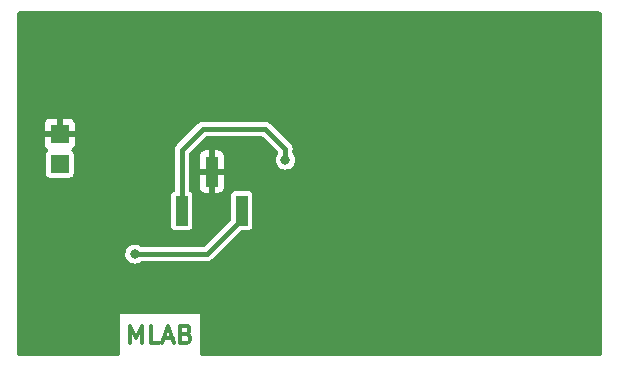
<source format=gbr>
%TF.GenerationSoftware,KiCad,Pcbnew,6.0.11+dfsg-1~bpo11+1*%
%TF.CreationDate,2023-05-28T01:48:14+00:00*%
%TF.ProjectId,PINHOLDER03,50494e48-4f4c-4444-9552-30332e6b6963,02A*%
%TF.SameCoordinates,Original*%
%TF.FileFunction,Copper,L1,Top*%
%TF.FilePolarity,Positive*%
%FSLAX46Y46*%
G04 Gerber Fmt 4.6, Leading zero omitted, Abs format (unit mm)*
G04 Created by KiCad (PCBNEW 6.0.11+dfsg-1~bpo11+1) date 2023-05-28 01:48:14*
%MOMM*%
%LPD*%
G01*
G04 APERTURE LIST*
%ADD10C,0.300000*%
%TA.AperFunction,NonConductor*%
%ADD11C,0.300000*%
%TD*%
%TA.AperFunction,ComponentPad*%
%ADD12C,6.000000*%
%TD*%
%TA.AperFunction,SMDPad,CuDef*%
%ADD13R,1.000000X2.510000*%
%TD*%
%TA.AperFunction,ComponentPad*%
%ADD14R,1.524000X1.524000*%
%TD*%
%TA.AperFunction,ViaPad*%
%ADD15C,0.800000*%
%TD*%
%TA.AperFunction,Conductor*%
%ADD16C,0.400000*%
%TD*%
G04 APERTURE END LIST*
D10*
D11*
X5164000Y-23672571D02*
X5164000Y-22172571D01*
X5664000Y-23244000D01*
X6164000Y-22172571D01*
X6164000Y-23672571D01*
X7592571Y-23672571D02*
X6878285Y-23672571D01*
X6878285Y-22172571D01*
X8021142Y-23244000D02*
X8735428Y-23244000D01*
X7878285Y-23672571D02*
X8378285Y-22172571D01*
X8878285Y-23672571D01*
X9878285Y-22886857D02*
X10092571Y-22958285D01*
X10164000Y-23029714D01*
X10235428Y-23172571D01*
X10235428Y-23386857D01*
X10164000Y-23529714D01*
X10092571Y-23601142D01*
X9949714Y-23672571D01*
X9378285Y-23672571D01*
X9378285Y-22172571D01*
X9878285Y-22172571D01*
X10021142Y-22244000D01*
X10092571Y-22315428D01*
X10164000Y-22458285D01*
X10164000Y-22601142D01*
X10092571Y-22744000D01*
X10021142Y-22815428D01*
X9878285Y-22886857D01*
X9378285Y-22886857D01*
D12*
%TO.P,M3,1*%
%TO.N,GND*%
X0Y0D03*
%TD*%
%TO.P,M2,1*%
%TO.N,GND*%
X40640000Y0D03*
%TD*%
D13*
%TO.P,J1,1*%
%TO.N,/circle_0*%
X9524000Y-12449000D03*
%TO.P,J1,2*%
%TO.N,GND*%
X12064000Y-9139000D03*
%TO.P,J1,3*%
%TO.N,Net-(D2-Pad2)*%
X14604000Y-12449000D03*
%TD*%
D12*
%TO.P,M4,1*%
%TO.N,GND*%
X0Y-20320000D03*
%TD*%
%TO.P,M1,1*%
%TO.N,GND*%
X40640000Y-20320000D03*
%TD*%
D14*
%TO.P,J2,1*%
%TO.N,GND*%
X-810000Y-5950000D03*
%TO.P,J2,2*%
%TO.N,Net-(D1-Pad2)*%
X-810000Y-8490000D03*
%TD*%
D15*
%TO.N,/circle_0*%
X18290000Y-8170000D03*
%TO.N,Net-(D2-Pad2)*%
X5540000Y-16120000D03*
%TD*%
D16*
%TO.N,/circle_0*%
X9295000Y-12220000D02*
X9524000Y-12449000D01*
X18290000Y-7220000D02*
X18290000Y-8170000D01*
X9524000Y-7286000D02*
X11290000Y-5520000D01*
X9524000Y-12449000D02*
X9524000Y-7286000D01*
X16590000Y-5520000D02*
X18290000Y-7220000D01*
X11290000Y-5520000D02*
X16590000Y-5520000D01*
%TO.N,Net-(D2-Pad2)*%
X14604000Y-12449000D02*
X14604000Y-13156000D01*
X11640000Y-16120000D02*
X5540000Y-16120000D01*
X14604000Y-12449000D02*
X14861600Y-12191400D01*
X14604000Y-13156000D02*
X11640000Y-16120000D01*
%TD*%
%TA.AperFunction,Conductor*%
%TO.N,GND*%
G36*
X44952843Y4405793D02*
G01*
X45022084Y4350574D01*
X45060511Y4270782D01*
X45065500Y4226500D01*
X45065500Y-24546500D01*
X45045793Y-24632843D01*
X44990574Y-24702084D01*
X44910782Y-24740511D01*
X44866500Y-24745500D01*
X11270643Y-24745500D01*
X11184300Y-24725793D01*
X11115059Y-24670574D01*
X11076632Y-24590782D01*
X11071643Y-24546500D01*
X11071643Y-21161000D01*
X4256357Y-21161000D01*
X4256357Y-24546500D01*
X4236650Y-24632843D01*
X4181431Y-24702084D01*
X4101639Y-24740511D01*
X4057357Y-24745500D01*
X-4226500Y-24745500D01*
X-4312843Y-24725793D01*
X-4382084Y-24670574D01*
X-4420511Y-24590782D01*
X-4425500Y-24546500D01*
X-4425500Y-16108753D01*
X4734514Y-16108753D01*
X4752039Y-16287486D01*
X4808726Y-16457896D01*
X4901759Y-16611512D01*
X5026514Y-16740699D01*
X5176789Y-16839036D01*
X5187214Y-16842913D01*
X5334685Y-16897757D01*
X5334687Y-16897757D01*
X5345116Y-16901636D01*
X5356143Y-16903107D01*
X5356146Y-16903108D01*
X5474486Y-16918898D01*
X5523130Y-16925388D01*
X5534207Y-16924380D01*
X5690896Y-16910121D01*
X5690898Y-16910121D01*
X5701981Y-16909112D01*
X5787382Y-16881363D01*
X5862196Y-16857055D01*
X5862199Y-16857054D01*
X5872782Y-16853615D01*
X5897239Y-16839036D01*
X6017485Y-16767356D01*
X6017489Y-16767353D01*
X6027044Y-16761657D01*
X6029439Y-16759376D01*
X6106557Y-16724486D01*
X6146185Y-16720500D01*
X11587592Y-16720500D01*
X11613567Y-16722203D01*
X11627065Y-16723980D01*
X11627072Y-16723980D01*
X11640000Y-16725682D01*
X11666426Y-16722203D01*
X11679361Y-16720500D01*
X11796762Y-16705044D01*
X11942841Y-16644536D01*
X12068282Y-16548282D01*
X12084517Y-16527125D01*
X12101674Y-16507561D01*
X14446449Y-14162786D01*
X14521437Y-14115667D01*
X14587163Y-14104500D01*
X15080905Y-14104499D01*
X15135518Y-14104499D01*
X15143231Y-14103277D01*
X15143237Y-14103277D01*
X15213831Y-14092097D01*
X15213834Y-14092096D01*
X15229304Y-14089646D01*
X15243260Y-14082535D01*
X15243263Y-14082534D01*
X15328388Y-14039160D01*
X15342342Y-14032050D01*
X15432050Y-13942342D01*
X15489646Y-13829304D01*
X15504500Y-13735519D01*
X15504499Y-11162482D01*
X15503275Y-11154753D01*
X15492097Y-11084169D01*
X15492096Y-11084166D01*
X15489646Y-11068696D01*
X15432050Y-10955658D01*
X15342342Y-10865950D01*
X15229304Y-10808354D01*
X15135519Y-10793500D01*
X15127695Y-10793500D01*
X14603627Y-10793501D01*
X14072482Y-10793501D01*
X14064769Y-10794723D01*
X14064763Y-10794723D01*
X13994169Y-10805903D01*
X13994166Y-10805904D01*
X13978696Y-10808354D01*
X13964740Y-10815465D01*
X13964737Y-10815466D01*
X13937483Y-10829353D01*
X13865658Y-10865950D01*
X13775950Y-10955658D01*
X13718354Y-11068696D01*
X13703500Y-11162481D01*
X13703500Y-11170305D01*
X13703501Y-13124836D01*
X13683794Y-13211179D01*
X13645215Y-13265550D01*
X11449551Y-15461214D01*
X11374563Y-15508333D01*
X11308837Y-15519500D01*
X6145614Y-15519500D01*
X6059271Y-15499793D01*
X6038984Y-15488521D01*
X5902534Y-15401927D01*
X5902533Y-15401926D01*
X5893136Y-15395963D01*
X5804109Y-15364262D01*
X5734436Y-15339452D01*
X5734432Y-15339451D01*
X5723951Y-15335719D01*
X5712904Y-15334402D01*
X5712901Y-15334401D01*
X5556671Y-15315772D01*
X5556669Y-15315772D01*
X5545624Y-15314455D01*
X5367017Y-15333227D01*
X5356482Y-15336813D01*
X5356479Y-15336814D01*
X5278035Y-15363519D01*
X5197007Y-15391103D01*
X5102651Y-15449151D01*
X5053521Y-15479376D01*
X5053519Y-15479377D01*
X5044045Y-15485206D01*
X4915732Y-15610859D01*
X4818446Y-15761817D01*
X4757022Y-15930578D01*
X4734514Y-16108753D01*
X-4425500Y-16108753D01*
X-4425500Y-11162481D01*
X8623500Y-11162481D01*
X8623501Y-13735518D01*
X8624723Y-13743231D01*
X8624723Y-13743237D01*
X8635903Y-13813831D01*
X8635904Y-13813834D01*
X8638354Y-13829304D01*
X8695950Y-13942342D01*
X8785658Y-14032050D01*
X8898696Y-14089646D01*
X8992481Y-14104500D01*
X9000305Y-14104500D01*
X9524373Y-14104499D01*
X10055518Y-14104499D01*
X10063231Y-14103277D01*
X10063237Y-14103277D01*
X10133831Y-14092097D01*
X10133834Y-14092096D01*
X10149304Y-14089646D01*
X10163260Y-14082535D01*
X10163263Y-14082534D01*
X10248388Y-14039160D01*
X10262342Y-14032050D01*
X10352050Y-13942342D01*
X10409646Y-13829304D01*
X10424500Y-13735519D01*
X10424499Y-11162482D01*
X10423275Y-11154753D01*
X10412097Y-11084169D01*
X10412096Y-11084166D01*
X10409646Y-11068696D01*
X10352050Y-10955658D01*
X10262342Y-10865950D01*
X10233156Y-10851079D01*
X10165171Y-10794321D01*
X10128545Y-10713686D01*
X10124500Y-10673769D01*
X10124500Y-10429176D01*
X11034000Y-10429176D01*
X11034720Y-10441130D01*
X11042925Y-10508924D01*
X11049165Y-10533494D01*
X11092922Y-10644015D01*
X11106115Y-10667429D01*
X11177510Y-10761487D01*
X11196513Y-10780490D01*
X11290571Y-10851885D01*
X11313985Y-10865078D01*
X11424506Y-10908835D01*
X11449076Y-10915075D01*
X11516870Y-10923280D01*
X11528824Y-10924000D01*
X11787577Y-10924000D01*
X11806547Y-10919670D01*
X11810000Y-10912500D01*
X11810000Y-10901577D01*
X12318000Y-10901577D01*
X12322330Y-10920547D01*
X12329500Y-10924000D01*
X12599176Y-10924000D01*
X12611130Y-10923280D01*
X12678924Y-10915075D01*
X12703494Y-10908835D01*
X12814015Y-10865078D01*
X12837429Y-10851885D01*
X12931487Y-10780490D01*
X12950490Y-10761487D01*
X13021885Y-10667429D01*
X13035078Y-10644015D01*
X13078835Y-10533494D01*
X13085075Y-10508924D01*
X13093280Y-10441130D01*
X13094000Y-10429176D01*
X13094000Y-9415423D01*
X13089670Y-9396453D01*
X13082500Y-9393000D01*
X12340423Y-9393000D01*
X12321453Y-9397330D01*
X12318000Y-9404500D01*
X12318000Y-10901577D01*
X11810000Y-10901577D01*
X11810000Y-9415423D01*
X11805670Y-9396453D01*
X11798500Y-9393000D01*
X11056423Y-9393000D01*
X11037453Y-9397330D01*
X11034000Y-9404500D01*
X11034000Y-10429176D01*
X10124500Y-10429176D01*
X10124500Y-8862577D01*
X11034000Y-8862577D01*
X11038330Y-8881547D01*
X11045500Y-8885000D01*
X11787577Y-8885000D01*
X11806547Y-8880670D01*
X11810000Y-8873500D01*
X11810000Y-8862577D01*
X12318000Y-8862577D01*
X12322330Y-8881547D01*
X12329500Y-8885000D01*
X13071577Y-8885000D01*
X13090547Y-8880670D01*
X13094000Y-8873500D01*
X13094000Y-7848824D01*
X13093280Y-7836870D01*
X13085075Y-7769076D01*
X13078835Y-7744506D01*
X13035078Y-7633985D01*
X13021885Y-7610571D01*
X12950490Y-7516513D01*
X12931487Y-7497510D01*
X12837429Y-7426115D01*
X12814015Y-7412922D01*
X12703494Y-7369165D01*
X12678924Y-7362925D01*
X12611130Y-7354720D01*
X12599176Y-7354000D01*
X12340423Y-7354000D01*
X12321453Y-7358330D01*
X12318000Y-7365500D01*
X12318000Y-8862577D01*
X11810000Y-8862577D01*
X11810000Y-7376423D01*
X11805670Y-7357453D01*
X11798500Y-7354000D01*
X11528824Y-7354000D01*
X11516870Y-7354720D01*
X11449076Y-7362925D01*
X11424506Y-7369165D01*
X11313985Y-7412922D01*
X11290571Y-7426115D01*
X11196513Y-7497510D01*
X11177510Y-7516513D01*
X11106115Y-7610571D01*
X11092922Y-7633985D01*
X11049165Y-7744506D01*
X11042925Y-7769076D01*
X11034720Y-7836870D01*
X11034000Y-7848824D01*
X11034000Y-8862577D01*
X10124500Y-8862577D01*
X10124500Y-7617163D01*
X10144207Y-7530820D01*
X10182786Y-7476449D01*
X11480449Y-6178786D01*
X11555437Y-6131667D01*
X11621163Y-6120500D01*
X16258837Y-6120500D01*
X16345180Y-6140207D01*
X16399551Y-6178786D01*
X17631214Y-7410449D01*
X17678333Y-7485437D01*
X17689500Y-7551163D01*
X17689500Y-7565409D01*
X17669793Y-7651752D01*
X17657773Y-7673208D01*
X17568446Y-7811817D01*
X17507022Y-7980578D01*
X17505628Y-7991611D01*
X17505628Y-7991612D01*
X17498850Y-8045269D01*
X17484514Y-8158753D01*
X17485600Y-8169829D01*
X17485600Y-8169830D01*
X17487210Y-8186244D01*
X17502039Y-8337486D01*
X17558726Y-8507896D01*
X17651759Y-8661512D01*
X17776514Y-8790699D01*
X17926789Y-8889036D01*
X17937214Y-8892913D01*
X18084685Y-8947757D01*
X18084687Y-8947757D01*
X18095116Y-8951636D01*
X18106143Y-8953107D01*
X18106146Y-8953108D01*
X18224486Y-8968898D01*
X18273130Y-8975388D01*
X18284207Y-8974380D01*
X18440896Y-8960121D01*
X18440898Y-8960121D01*
X18451981Y-8959112D01*
X18537381Y-8931364D01*
X18612196Y-8907055D01*
X18612199Y-8907054D01*
X18622782Y-8903615D01*
X18654009Y-8885000D01*
X18767489Y-8817353D01*
X18767490Y-8817352D01*
X18777044Y-8811657D01*
X18907099Y-8687807D01*
X18924570Y-8661512D01*
X19000325Y-8547490D01*
X19006483Y-8538222D01*
X19070257Y-8370336D01*
X19095251Y-8192493D01*
X19095565Y-8170000D01*
X19094869Y-8163794D01*
X19076787Y-8002588D01*
X19076786Y-8002584D01*
X19075546Y-7991528D01*
X19068094Y-7970127D01*
X19020145Y-7832437D01*
X19016485Y-7821927D01*
X18921316Y-7669625D01*
X18924320Y-7667748D01*
X18895358Y-7607143D01*
X18890500Y-7563443D01*
X18890500Y-7272408D01*
X18892203Y-7246433D01*
X18893980Y-7232935D01*
X18893980Y-7232928D01*
X18895682Y-7220000D01*
X18875044Y-7063238D01*
X18814536Y-6917159D01*
X18742450Y-6823215D01*
X18742447Y-6823211D01*
X18726222Y-6802065D01*
X18726219Y-6802062D01*
X18718282Y-6791718D01*
X18697125Y-6775483D01*
X18677561Y-6758326D01*
X17051674Y-5132439D01*
X17034517Y-5112875D01*
X17018282Y-5091718D01*
X16892841Y-4995464D01*
X16758814Y-4939948D01*
X16758810Y-4939946D01*
X16746762Y-4934956D01*
X16629361Y-4919500D01*
X16602928Y-4916020D01*
X16590000Y-4914318D01*
X16577072Y-4916020D01*
X16577065Y-4916020D01*
X16563567Y-4917797D01*
X16537592Y-4919500D01*
X11342408Y-4919500D01*
X11316433Y-4917797D01*
X11302935Y-4916020D01*
X11302928Y-4916020D01*
X11290000Y-4914318D01*
X11277072Y-4916020D01*
X11250639Y-4919500D01*
X11133238Y-4934956D01*
X10987159Y-4995464D01*
X10861718Y-5091718D01*
X10845483Y-5112875D01*
X10828326Y-5132439D01*
X9136439Y-6824326D01*
X9116875Y-6841483D01*
X9095718Y-6857718D01*
X8999464Y-6983159D01*
X8938956Y-7129238D01*
X8918318Y-7286000D01*
X8920020Y-7298928D01*
X8920020Y-7298935D01*
X8921797Y-7312433D01*
X8923500Y-7338408D01*
X8923500Y-10673769D01*
X8903793Y-10760112D01*
X8848574Y-10829353D01*
X8814845Y-10851079D01*
X8785658Y-10865950D01*
X8695950Y-10955658D01*
X8638354Y-11068696D01*
X8623500Y-11162481D01*
X-4425500Y-11162481D01*
X-4425500Y-6747176D01*
X-2102000Y-6747176D01*
X-2101280Y-6759130D01*
X-2093075Y-6826924D01*
X-2086835Y-6851494D01*
X-2043078Y-6962015D01*
X-2029885Y-6985429D01*
X-1958490Y-7079487D01*
X-1939487Y-7098490D01*
X-1876394Y-7146381D01*
X-1819534Y-7214282D01*
X-1797767Y-7300129D01*
X-1815403Y-7386918D01*
X-1855996Y-7445604D01*
X-1900050Y-7489658D01*
X-1957646Y-7602696D01*
X-1972500Y-7696481D01*
X-1972499Y-9283518D01*
X-1971277Y-9291231D01*
X-1971277Y-9291237D01*
X-1960097Y-9361831D01*
X-1960096Y-9361834D01*
X-1957646Y-9377304D01*
X-1950535Y-9391260D01*
X-1950534Y-9391263D01*
X-1907160Y-9476388D01*
X-1900050Y-9490342D01*
X-1810342Y-9580050D01*
X-1697304Y-9637646D01*
X-1603519Y-9652500D01*
X-1595695Y-9652500D01*
X-809442Y-9652499D01*
X-16482Y-9652499D01*
X-8769Y-9651277D01*
X-8763Y-9651277D01*
X61831Y-9640097D01*
X61834Y-9640096D01*
X77304Y-9637646D01*
X91260Y-9630535D01*
X91263Y-9630534D01*
X176388Y-9587160D01*
X190342Y-9580050D01*
X280050Y-9490342D01*
X337646Y-9377304D01*
X352500Y-9283519D01*
X352499Y-7696482D01*
X351275Y-7688753D01*
X340097Y-7618169D01*
X340096Y-7618166D01*
X337646Y-7602696D01*
X318648Y-7565409D01*
X287160Y-7503612D01*
X280050Y-7489658D01*
X235996Y-7445604D01*
X188877Y-7370616D01*
X178961Y-7282609D01*
X208212Y-7199016D01*
X256394Y-7146381D01*
X319487Y-7098490D01*
X338490Y-7079487D01*
X409885Y-6985429D01*
X423078Y-6962015D01*
X466835Y-6851494D01*
X473075Y-6826924D01*
X481280Y-6759130D01*
X482000Y-6747176D01*
X482000Y-6226423D01*
X477670Y-6207453D01*
X470500Y-6204000D01*
X-2079577Y-6204000D01*
X-2098547Y-6208330D01*
X-2102000Y-6215500D01*
X-2102000Y-6747176D01*
X-4425500Y-6747176D01*
X-4425500Y-5673577D01*
X-2102000Y-5673577D01*
X-2097670Y-5692547D01*
X-2090500Y-5696000D01*
X-1086423Y-5696000D01*
X-1067453Y-5691670D01*
X-1064000Y-5684500D01*
X-1064000Y-5673577D01*
X-556000Y-5673577D01*
X-551670Y-5692547D01*
X-544500Y-5696000D01*
X459577Y-5696000D01*
X478547Y-5691670D01*
X482000Y-5684500D01*
X482000Y-5152824D01*
X481280Y-5140870D01*
X473075Y-5073076D01*
X466835Y-5048506D01*
X423078Y-4937985D01*
X409885Y-4914571D01*
X338490Y-4820513D01*
X319487Y-4801510D01*
X225429Y-4730115D01*
X202015Y-4716922D01*
X91494Y-4673165D01*
X66924Y-4666925D01*
X-870Y-4658720D01*
X-12824Y-4658000D01*
X-533577Y-4658000D01*
X-552547Y-4662330D01*
X-556000Y-4669500D01*
X-556000Y-5673577D01*
X-1064000Y-5673577D01*
X-1064000Y-4680423D01*
X-1068330Y-4661453D01*
X-1075500Y-4658000D01*
X-1607176Y-4658000D01*
X-1619130Y-4658720D01*
X-1686924Y-4666925D01*
X-1711494Y-4673165D01*
X-1822015Y-4716922D01*
X-1845429Y-4730115D01*
X-1939487Y-4801510D01*
X-1958490Y-4820513D01*
X-2029885Y-4914571D01*
X-2043078Y-4937985D01*
X-2086835Y-5048506D01*
X-2093075Y-5073076D01*
X-2101280Y-5140870D01*
X-2102000Y-5152824D01*
X-2102000Y-5673577D01*
X-4425500Y-5673577D01*
X-4425500Y4226500D01*
X-4405793Y4312843D01*
X-4350574Y4382084D01*
X-4270782Y4420511D01*
X-4226500Y4425500D01*
X44866500Y4425500D01*
X44952843Y4405793D01*
G37*
%TD.AperFunction*%
%TD*%
M02*

</source>
